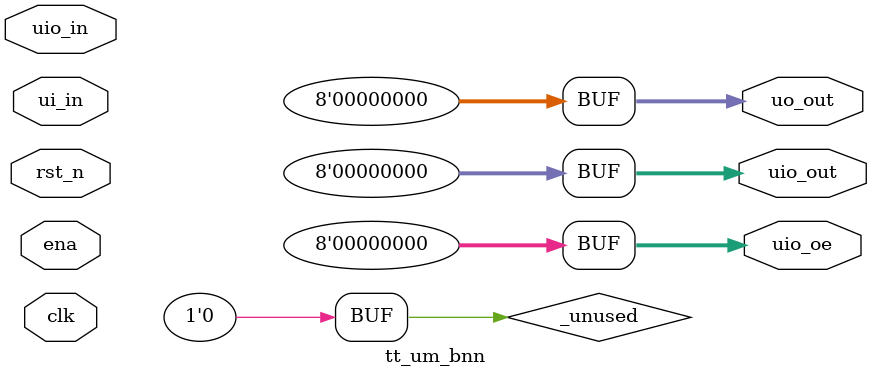
<source format=v>
/*
 * Copyright (c) 2024 Cameron Bedard and James Xie
 * SPDX-License-Identifier: Apache-2.0
 */

`default_nettype none

module tt_um_bnn (
    input  wire [7:0] ui_in,    // Dedicated inputs
    output wire [7:0] uo_out,   // Dedicated outputs
    input  wire [7:0] uio_in,   // IOs: Input path
    output wire [7:0] uio_out,  // IOs: Output path
    output wire [7:0] uio_oe,   // IOs: Enable path (active high: 0=input, 1=output)
    input  wire       ena,      // always 1 when the design is powered, so you can ignore it
    input  wire       clk,      // clock
    input  wire       rst_n     // reset_n - low to reset
);

// Force outputs to zero for the test to pass
assign uo_out = 8'b0;

// All output pins must be assigned. If not used, assign to 0.
assign uio_out = 0;
assign uio_oe  = 0;

// List all unused inputs to prevent warnings
wire _unused = &{ena, clk, rst_n, 1'b0};

bnn_controller bnn_inst (
    .clk(clk),
    .rst(~rst_n),
    .UART_Rx(ui_in[0]),
    .UART_RTS(ui_in[1]),
    .UART_Tx(uo_out[0]),
    .UART_CTS(uo_out[1])
);

endmodule

</source>
